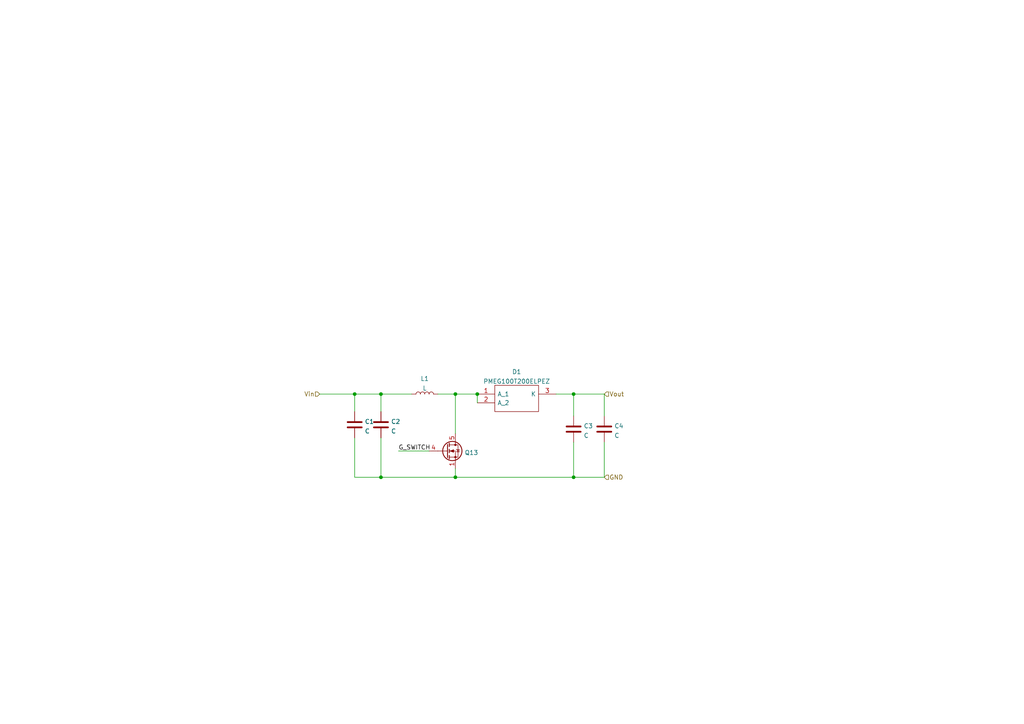
<source format=kicad_sch>
(kicad_sch (version 20211123) (generator eeschema)
  (paper "A4")
  (lib_symbols
    (symbol "Device:C" (pin_numbers hide) (pin_names (offset 0.254))
      (property "Reference" "C" (at 0.635 2.54 0))
      (property "Value" "C" (at 0.635 -2.54 0))
      (symbol "C_0_1"
        (polyline (pts (xy -2.032 -0.762) (xy 2.032 -0.762)) (stroke (width 0.508)))
        (polyline (pts (xy -2.032 0.762) (xy 2.032 0.762)) (stroke (width 0.508)))
      )
      (symbol "C_1_1"
        (pin passive line (at 0 3.81 270) (length 2.794) (name "~") (number "1"))
        (pin passive line (at 0 -3.81 90) (length 2.794) (name "~") (number "2"))
      )
    )
    (symbol "Device:L" (pin_numbers hide) (pin_names (offset 1.016) hide)
      (property "Reference" "L" (at -1.27 0 90))
      (property "Value" "L" (at 1.905 0 90))
      (symbol "L_0_1"
        (arc (start 0 -2.54) (mid 0.635 -1.905) (end 0 -1.27))
        (arc (start 0 -1.27) (mid 0.635 -0.635) (end 0 0))
        (arc (start 0 0) (mid 0.635 0.635) (end 0 1.27))
        (arc (start 0 1.27) (mid 0.635 1.905) (end 0 2.54))
      )
      (symbol "L_1_1"
        (pin passive line (at 0 3.81 270) (length 1.27) (name "1") (number "1"))
        (pin passive line (at 0 -3.81 90) (length 1.27) (name "2") (number "2"))
      )
    )
    (symbol "SamacSys_Parts:PMEG100T200ELPEZ" (pin_names (offset 0.762))
      (property "Reference" "D" (at 19.05 7.62 0))
      (property "Value" "PMEG100T200ELPEZ" (at 19.05 5.08 0))
      (symbol "PMEG100T200ELPEZ_0_0"
        (pin passive line (at 0 0 0) (length 5.08) (name "A_1") (number "1"))
        (pin passive line (at 0 -2.54 0) (length 5.08) (name "A_2") (number "2"))
        (pin passive line (at 22.86 0 180) (length 5.08) (name "K") (number "3"))
      )
      (symbol "PMEG100T200ELPEZ_0_1"
        (polyline (pts (xy 5.08 2.54) (xy 17.78 2.54) (xy 17.78 -5.08) (xy 5.08 -5.08) (xy 5.08 2.54)) (stroke (width 0.1524)))
      )
    )
    (symbol "Transistor_FET:BSC026N08NS5" (pin_names hide)
      (property "Reference" "Q" (at 5.08 1.905 0))
      (property "Value" "BSC026N08NS5" (at 5.08 0 0))
      (symbol "BSC026N08NS5_0_1"
        (polyline (pts (xy 0.254 0) (xy -2.54 0)))
        (polyline (pts (xy 0.254 1.905) (xy 0.254 -1.905)) (stroke (width 0.254)))
        (polyline (pts (xy 0.762 -1.27) (xy 0.762 -2.286)) (stroke (width 0.254)))
        (polyline (pts (xy 0.762 0.508) (xy 0.762 -0.508)) (stroke (width 0.254)))
        (polyline (pts (xy 0.762 2.286) (xy 0.762 1.27)) (stroke (width 0.254)))
        (polyline (pts (xy 2.54 2.54) (xy 2.54 1.778)))
        (polyline (pts (xy 2.54 -2.54) (xy 2.54 0) (xy 0.762 0)))
        (polyline (pts (xy 0.762 -1.778) (xy 3.302 -1.778) (xy 3.302 1.778) (xy 0.762 1.778)))
        (polyline (pts (xy 1.016 0) (xy 2.032 0.381) (xy 2.032 -0.381) (xy 1.016 0)) (fill (type outline)))
        (polyline (pts (xy 2.794 0.508) (xy 2.921 0.381) (xy 3.683 0.381) (xy 3.81 0.254)))
        (polyline (pts (xy 3.302 0.381) (xy 2.921 -0.254) (xy 3.683 -0.254) (xy 3.302 0.381)))
        (circle (center 1.651 0) (radius 2.794) (stroke (width 0.254)))
        (circle (center 2.54 -1.778) (radius 0.254) (fill (type outline)))
        (circle (center 2.54 1.778) (radius 0.254) (fill (type outline)))
      )
      (symbol "BSC026N08NS5_1_1"
        (pin passive line (at 2.54 -5.08 90) (length 2.54) (name "S") (number "1"))
        (pin passive line (at 2.54 -5.08 90) (length 2.54) hide (name "S") (number "2"))
        (pin passive line (at 2.54 -5.08 90) (length 2.54) hide (name "S") (number "3"))
        (pin passive line (at -5.08 0 0) (length 2.54) (name "G") (number "4"))
        (pin passive line (at 2.54 5.08 270) (length 2.54) (name "D") (number "5"))
      )
    )
  )
  (junction (at 166.37 114.3))
  (junction (at 110.49 114.3))
  (junction (at 132.08 138.43))
  (junction (at 102.87 114.3))
  (junction (at 138.43 114.3))
  (junction (at 166.37 138.43))
  (junction (at 110.49 138.43))
  (junction (at 132.08 114.3))
  (wire (pts (xy 102.87 114.3) (xy 102.87 119.38)))
  (wire (pts (xy 132.08 125.73) (xy 132.08 114.3)))
  (wire (pts (xy 132.08 138.43) (xy 110.49 138.43)))
  (wire (pts (xy 175.26 120.65) (xy 175.26 114.3)))
  (wire (pts (xy 161.29 114.3) (xy 166.37 114.3)))
  (wire (pts (xy 110.49 119.38) (xy 110.49 114.3)))
  (wire (pts (xy 166.37 114.3) (xy 166.37 120.65)))
  (wire (pts (xy 138.43 116.84) (xy 138.43 114.3)))
  (wire (pts (xy 102.87 114.3) (xy 92.71 114.3)))
  (wire (pts (xy 110.49 114.3) (xy 102.87 114.3)))
  (wire (pts (xy 166.37 138.43) (xy 175.26 138.43)))
  (wire (pts (xy 175.26 138.43) (xy 175.26 128.27)))
  (wire (pts (xy 175.26 114.3) (xy 166.37 114.3)))
  (wire (pts (xy 132.08 114.3) (xy 138.43 114.3)))
  (wire (pts (xy 110.49 138.43) (xy 102.87 138.43)))
  (wire (pts (xy 166.37 128.27) (xy 166.37 138.43)))
  (wire (pts (xy 115.57 130.81) (xy 124.46 130.81)))
  (wire (pts (xy 102.87 138.43) (xy 102.87 127)))
  (wire (pts (xy 166.37 138.43) (xy 132.08 138.43)))
  (wire (pts (xy 119.38 114.3) (xy 110.49 114.3)))
  (wire (pts (xy 127 114.3) (xy 132.08 114.3)))
  (wire (pts (xy 110.49 138.43) (xy 110.49 127)))
  (wire (pts (xy 132.08 135.89) (xy 132.08 138.43)))
  (label "G_SWITCH" (at 115.57 130.81 0))
  (hierarchical_label "Vout" (shape input) (at 175.26 114.3 0))
  (hierarchical_label "Vin" (shape input) (at 92.71 114.3 180))
  (hierarchical_label "GND" (shape input) (at 175.26 138.43 0))
  (symbol (lib_id "Device:C") (at 110.49 123.19 0)
    (property "Reference" "C2" (at 113.411 122.2815 0) (effects (justify left)))
    (property "Value" "C" (at 113.411 125.0566 0) (effects (justify left)))
  )
  (symbol (lib_id "Device:C") (at 166.37 124.46 0)
    (property "Reference" "C3" (at 169.291 123.5515 0) (effects (justify left)))
    (property "Value" "C" (at 169.291 126.3266 0) (effects (justify left)))
  )
  (symbol (lib_id "Transistor_FET:BSC026N08NS5") (at 129.54 130.81 0)
    (property "Reference" "Q13" (at 134.747 131.289 0) (effects (justify left)))
    (property "Value" "BSC026N08NS5" (effects hide))
    (property "Footprint" "Package_TO_SOT_SMD:TDSON-8-1" (effects hide))
    (property "Datasheet" "http://www.infineon.com/dgdl/Infineon-BSC026N08NS5-DS-v02_01-EN.pdf?fileId=5546d4624ad04ef9014ae2eace7629e0" (effects hide))
  )
  (symbol (lib_id "Device:C") (at 175.26 124.46 0)
    (property "Reference" "C4" (at 178.181 123.5515 0) (effects (justify left)))
    (property "Value" "C" (at 178.181 126.3266 0) (effects (justify left)))
  )
  (symbol (lib_id "Device:L") (at 123.19 114.3 90)
    (property "Reference" "L1" (at 123.19 109.8255 90))
    (property "Value" "L" (at 123.19 112.6006 90))
  )
  (symbol (lib_id "Device:C") (at 102.87 123.19 0)
    (property "Reference" "C1" (at 105.791 122.2815 0) (effects (justify left)))
    (property "Value" "C" (at 105.791 125.0566 0) (effects (justify left)))
  )
  (symbol (lib_id "SamacSys_Parts:PMEG100T200ELPEZ") (at 138.43 114.3 0)
    (property "Reference" "D1" (at 149.86 107.8443 0))
    (property "Value" "PMEG100T200ELPEZ" (at 149.86 110.6194 0))
    (property "Footprint" "PMEG100T200ELPEZ" (effects hide))
    (property "Datasheet" "https://assets.nexperia.com/documents/data-sheet/PMEG100T200ELPE.pdf" (effects hide))
    (property "Description" "100 V, 20 A low leakage current Trench MEGA Schottky barrier rectifie" (effects hide))
    (property "Height" "0.99" (effects hide))
    (property "Manufacturer_Name" "Nexperia" (effects hide))
    (property "Manufacturer_Part_Number" "PMEG100T200ELPEZ" (effects hide))
  )
)
</source>
